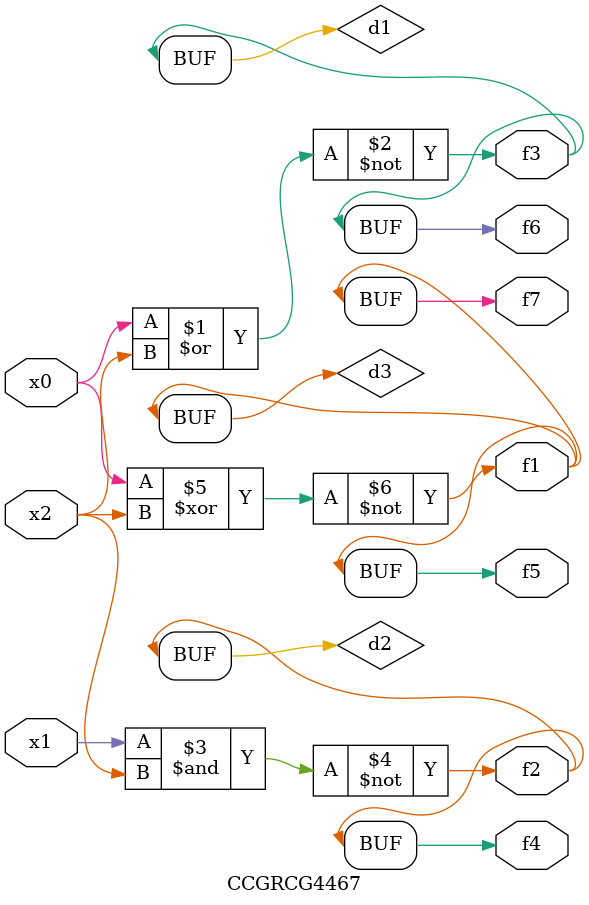
<source format=v>
module CCGRCG4467(
	input x0, x1, x2,
	output f1, f2, f3, f4, f5, f6, f7
);

	wire d1, d2, d3;

	nor (d1, x0, x2);
	nand (d2, x1, x2);
	xnor (d3, x0, x2);
	assign f1 = d3;
	assign f2 = d2;
	assign f3 = d1;
	assign f4 = d2;
	assign f5 = d3;
	assign f6 = d1;
	assign f7 = d3;
endmodule

</source>
